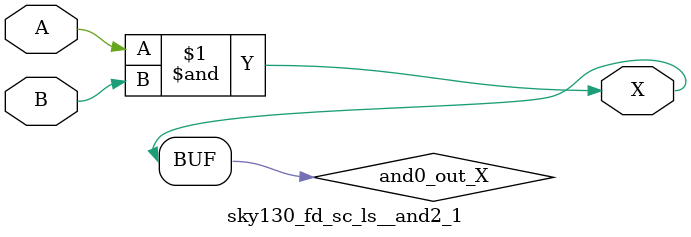
<source format=v>
/*
 * Copyright 2020 The SkyWater PDK Authors
 *
 * Licensed under the Apache License, Version 2.0 (the "License");
 * you may not use this file except in compliance with the License.
 * You may obtain a copy of the License at
 *
 *     https://www.apache.org/licenses/LICENSE-2.0
 *
 * Unless required by applicable law or agreed to in writing, software
 * distributed under the License is distributed on an "AS IS" BASIS,
 * WITHOUT WARRANTIES OR CONDITIONS OF ANY KIND, either express or implied.
 * See the License for the specific language governing permissions and
 * limitations under the License.
 *
 * SPDX-License-Identifier: Apache-2.0
*/


`ifndef SKY130_FD_SC_LS__AND2_1_FUNCTIONAL_V
`define SKY130_FD_SC_LS__AND2_1_FUNCTIONAL_V

/**
 * and2: 2-input AND.
 *
 * Verilog simulation functional model.
 */

`timescale 1ns / 1ps
`default_nettype none

`celldefine
module sky130_fd_sc_ls__and2_1 (
    X,
    A,
    B
);

    // Module ports
    output X;
    input  A;
    input  B;

    // Local signals
    wire and0_out_X;

    //  Name  Output      Other arguments
    and and0 (and0_out_X, A, B           );
    buf buf0 (X         , and0_out_X     );

endmodule
`endcelldefine

`default_nettype wire
`endif  // SKY130_FD_SC_LS__AND2_1_FUNCTIONAL_V

</source>
